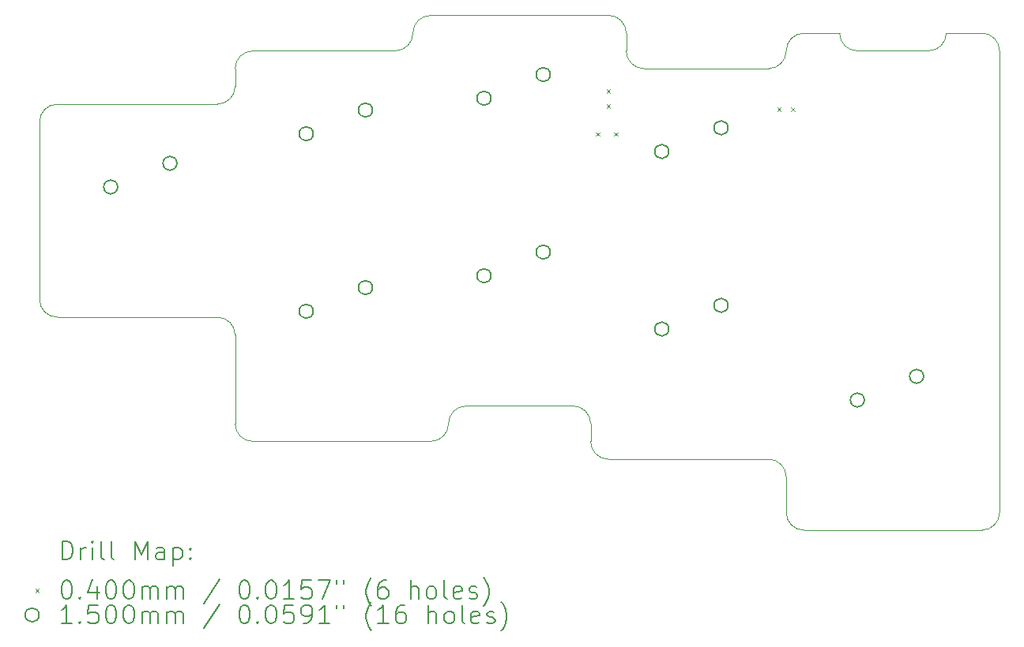
<source format=gbr>
%TF.GenerationSoftware,KiCad,Pcbnew,7.0.2*%
%TF.CreationDate,2023-09-16T14:45:10-04:00*%
%TF.ProjectId,j-artsey-v1,6a2d6172-7473-4657-992d-76312e6b6963,rev?*%
%TF.SameCoordinates,Original*%
%TF.FileFunction,Drillmap*%
%TF.FilePolarity,Positive*%
%FSLAX45Y45*%
G04 Gerber Fmt 4.5, Leading zero omitted, Abs format (unit mm)*
G04 Created by KiCad (PCBNEW 7.0.2) date 2023-09-16 14:45:10*
%MOMM*%
%LPD*%
G01*
G04 APERTURE LIST*
%ADD10C,0.100000*%
%ADD11C,0.200000*%
%ADD12C,0.040000*%
%ADD13C,0.150000*%
G04 APERTURE END LIST*
D10*
X13144500Y-8191500D02*
X13144500Y-8953500D01*
X16954500Y-9334500D02*
X16954500Y-9144000D01*
X13335000Y-5143500D02*
X13525500Y-5143500D01*
X15240000Y-9334500D02*
G75*
G03*
X15430500Y-9144000I0J190500D01*
G01*
X11430000Y-8001000D02*
X12954000Y-8001000D01*
X17335500Y-4953000D02*
X17335500Y-5143500D01*
X16954500Y-4762500D02*
X17145000Y-4762500D01*
X11239500Y-5715000D02*
G75*
G03*
X11049000Y-5905500I0J-190500D01*
G01*
X21145500Y-10287000D02*
G75*
G03*
X21336000Y-10096500I0J190500D01*
G01*
X12954000Y-5715000D02*
X11430000Y-5715000D01*
X20574000Y-5143500D02*
G75*
G03*
X20764500Y-4953000I0J190500D01*
G01*
X16954500Y-9334500D02*
G75*
G03*
X17145000Y-9525000I190500J0D01*
G01*
X11430000Y-8001000D02*
X11239500Y-8001000D01*
X21336000Y-5143500D02*
G75*
G03*
X21145500Y-4953000I-190500J0D01*
G01*
X11049000Y-7810500D02*
G75*
G03*
X11239500Y-8001000I190500J0D01*
G01*
X18859500Y-5334000D02*
G75*
G03*
X19050000Y-5143500I0J190500D01*
G01*
X19240500Y-10287000D02*
X21145500Y-10287000D01*
X15240000Y-4762500D02*
X15430500Y-4762500D01*
X19050000Y-10096500D02*
X19050000Y-9906000D01*
X11239500Y-5715000D02*
X11430000Y-5715000D01*
X13525500Y-9334500D02*
X13335000Y-9334500D01*
X19621500Y-4953000D02*
G75*
G03*
X19812000Y-5143500I190500J0D01*
G01*
X19050000Y-10096500D02*
G75*
G03*
X19240500Y-10287000I190500J0D01*
G01*
X17526000Y-5334000D02*
X18859500Y-5334000D01*
X13335000Y-5143500D02*
G75*
G03*
X13144500Y-5334000I0J-190500D01*
G01*
X17335500Y-4953000D02*
G75*
G03*
X17145000Y-4762500I-190500J0D01*
G01*
X15240000Y-9334500D02*
X15049500Y-9334500D01*
X17335500Y-9525000D02*
X17145000Y-9525000D01*
X21336000Y-9906000D02*
X21336000Y-10096500D01*
X11049000Y-6096000D02*
X11049000Y-5905500D01*
X11049000Y-6096000D02*
X11049000Y-7620000D01*
X17335500Y-5143500D02*
G75*
G03*
X17526000Y-5334000I190500J0D01*
G01*
X15621000Y-8953500D02*
G75*
G03*
X15430500Y-9144000I0J-190500D01*
G01*
X16954500Y-9144000D02*
G75*
G03*
X16764000Y-8953500I-190500J0D01*
G01*
X12954000Y-5715000D02*
G75*
G03*
X13144500Y-5524500I0J190500D01*
G01*
X17335500Y-9525000D02*
X18859500Y-9525000D01*
X13144500Y-5524500D02*
X13144500Y-5334000D01*
X11049000Y-7810500D02*
X11049000Y-7620000D01*
X19240500Y-4953000D02*
G75*
G03*
X19050000Y-5143500I0J-190500D01*
G01*
X14859000Y-5143500D02*
X13525500Y-5143500D01*
X21145500Y-4953000D02*
X20764500Y-4953000D01*
X19050000Y-9715500D02*
X19050000Y-9906000D01*
X15240000Y-4762500D02*
G75*
G03*
X15049500Y-4953000I0J-190500D01*
G01*
X13144500Y-9144000D02*
X13144500Y-8953500D01*
X13144500Y-9144000D02*
G75*
G03*
X13335000Y-9334500I190500J0D01*
G01*
X20574000Y-5143500D02*
X19812000Y-5143500D01*
X19050000Y-9715500D02*
G75*
G03*
X18859500Y-9525000I-190500J0D01*
G01*
X21336000Y-5143500D02*
X21336000Y-9906000D01*
X13144500Y-8191500D02*
G75*
G03*
X12954000Y-8001000I-190500J0D01*
G01*
X13525500Y-9334500D02*
X15049500Y-9334500D01*
X19240500Y-4953000D02*
X19621500Y-4953000D01*
X15621000Y-8953500D02*
X16764000Y-8953500D01*
X16954500Y-4762500D02*
X15430500Y-4762500D01*
X14859000Y-5143500D02*
G75*
G03*
X15049500Y-4953000I0J190500D01*
G01*
D11*
D12*
X17007500Y-6017500D02*
X17047500Y-6057500D01*
X17047500Y-6017500D02*
X17007500Y-6057500D01*
X17125000Y-5555050D02*
X17165000Y-5595050D01*
X17165000Y-5555050D02*
X17125000Y-5595050D01*
X17125000Y-5715000D02*
X17165000Y-5755000D01*
X17165000Y-5715000D02*
X17125000Y-5755000D01*
X17207500Y-6017500D02*
X17247500Y-6057500D01*
X17247500Y-6017500D02*
X17207500Y-6057500D01*
X18952500Y-5747500D02*
X18992500Y-5787500D01*
X18992500Y-5747500D02*
X18952500Y-5787500D01*
X19102450Y-5747500D02*
X19142450Y-5787500D01*
X19142450Y-5747500D02*
X19102450Y-5787500D01*
D13*
X11886000Y-6604000D02*
G75*
G03*
X11886000Y-6604000I-75000J0D01*
G01*
X12521000Y-6350000D02*
G75*
G03*
X12521000Y-6350000I-75000J0D01*
G01*
X13981500Y-6032500D02*
G75*
G03*
X13981500Y-6032500I-75000J0D01*
G01*
X13981500Y-7937500D02*
G75*
G03*
X13981500Y-7937500I-75000J0D01*
G01*
X14616500Y-5778500D02*
G75*
G03*
X14616500Y-5778500I-75000J0D01*
G01*
X14616500Y-7683500D02*
G75*
G03*
X14616500Y-7683500I-75000J0D01*
G01*
X15886500Y-5651500D02*
G75*
G03*
X15886500Y-5651500I-75000J0D01*
G01*
X15886500Y-7556500D02*
G75*
G03*
X15886500Y-7556500I-75000J0D01*
G01*
X16521500Y-5397500D02*
G75*
G03*
X16521500Y-5397500I-75000J0D01*
G01*
X16521500Y-7302500D02*
G75*
G03*
X16521500Y-7302500I-75000J0D01*
G01*
X17791500Y-6223000D02*
G75*
G03*
X17791500Y-6223000I-75000J0D01*
G01*
X17791500Y-8128000D02*
G75*
G03*
X17791500Y-8128000I-75000J0D01*
G01*
X18426500Y-5969000D02*
G75*
G03*
X18426500Y-5969000I-75000J0D01*
G01*
X18426500Y-7874000D02*
G75*
G03*
X18426500Y-7874000I-75000J0D01*
G01*
X19887000Y-8890000D02*
G75*
G03*
X19887000Y-8890000I-75000J0D01*
G01*
X20522000Y-8636000D02*
G75*
G03*
X20522000Y-8636000I-75000J0D01*
G01*
D11*
X11291619Y-10604524D02*
X11291619Y-10404524D01*
X11291619Y-10404524D02*
X11339238Y-10404524D01*
X11339238Y-10404524D02*
X11367809Y-10414048D01*
X11367809Y-10414048D02*
X11386857Y-10433095D01*
X11386857Y-10433095D02*
X11396381Y-10452143D01*
X11396381Y-10452143D02*
X11405905Y-10490238D01*
X11405905Y-10490238D02*
X11405905Y-10518810D01*
X11405905Y-10518810D02*
X11396381Y-10556905D01*
X11396381Y-10556905D02*
X11386857Y-10575952D01*
X11386857Y-10575952D02*
X11367809Y-10595000D01*
X11367809Y-10595000D02*
X11339238Y-10604524D01*
X11339238Y-10604524D02*
X11291619Y-10604524D01*
X11491619Y-10604524D02*
X11491619Y-10471190D01*
X11491619Y-10509286D02*
X11501143Y-10490238D01*
X11501143Y-10490238D02*
X11510667Y-10480714D01*
X11510667Y-10480714D02*
X11529714Y-10471190D01*
X11529714Y-10471190D02*
X11548762Y-10471190D01*
X11615428Y-10604524D02*
X11615428Y-10471190D01*
X11615428Y-10404524D02*
X11605905Y-10414048D01*
X11605905Y-10414048D02*
X11615428Y-10423571D01*
X11615428Y-10423571D02*
X11624952Y-10414048D01*
X11624952Y-10414048D02*
X11615428Y-10404524D01*
X11615428Y-10404524D02*
X11615428Y-10423571D01*
X11739238Y-10604524D02*
X11720190Y-10595000D01*
X11720190Y-10595000D02*
X11710667Y-10575952D01*
X11710667Y-10575952D02*
X11710667Y-10404524D01*
X11844000Y-10604524D02*
X11824952Y-10595000D01*
X11824952Y-10595000D02*
X11815428Y-10575952D01*
X11815428Y-10575952D02*
X11815428Y-10404524D01*
X12072571Y-10604524D02*
X12072571Y-10404524D01*
X12072571Y-10404524D02*
X12139238Y-10547381D01*
X12139238Y-10547381D02*
X12205905Y-10404524D01*
X12205905Y-10404524D02*
X12205905Y-10604524D01*
X12386857Y-10604524D02*
X12386857Y-10499762D01*
X12386857Y-10499762D02*
X12377333Y-10480714D01*
X12377333Y-10480714D02*
X12358286Y-10471190D01*
X12358286Y-10471190D02*
X12320190Y-10471190D01*
X12320190Y-10471190D02*
X12301143Y-10480714D01*
X12386857Y-10595000D02*
X12367809Y-10604524D01*
X12367809Y-10604524D02*
X12320190Y-10604524D01*
X12320190Y-10604524D02*
X12301143Y-10595000D01*
X12301143Y-10595000D02*
X12291619Y-10575952D01*
X12291619Y-10575952D02*
X12291619Y-10556905D01*
X12291619Y-10556905D02*
X12301143Y-10537857D01*
X12301143Y-10537857D02*
X12320190Y-10528333D01*
X12320190Y-10528333D02*
X12367809Y-10528333D01*
X12367809Y-10528333D02*
X12386857Y-10518810D01*
X12482095Y-10471190D02*
X12482095Y-10671190D01*
X12482095Y-10480714D02*
X12501143Y-10471190D01*
X12501143Y-10471190D02*
X12539238Y-10471190D01*
X12539238Y-10471190D02*
X12558286Y-10480714D01*
X12558286Y-10480714D02*
X12567809Y-10490238D01*
X12567809Y-10490238D02*
X12577333Y-10509286D01*
X12577333Y-10509286D02*
X12577333Y-10566429D01*
X12577333Y-10566429D02*
X12567809Y-10585476D01*
X12567809Y-10585476D02*
X12558286Y-10595000D01*
X12558286Y-10595000D02*
X12539238Y-10604524D01*
X12539238Y-10604524D02*
X12501143Y-10604524D01*
X12501143Y-10604524D02*
X12482095Y-10595000D01*
X12663048Y-10585476D02*
X12672571Y-10595000D01*
X12672571Y-10595000D02*
X12663048Y-10604524D01*
X12663048Y-10604524D02*
X12653524Y-10595000D01*
X12653524Y-10595000D02*
X12663048Y-10585476D01*
X12663048Y-10585476D02*
X12663048Y-10604524D01*
X12663048Y-10480714D02*
X12672571Y-10490238D01*
X12672571Y-10490238D02*
X12663048Y-10499762D01*
X12663048Y-10499762D02*
X12653524Y-10490238D01*
X12653524Y-10490238D02*
X12663048Y-10480714D01*
X12663048Y-10480714D02*
X12663048Y-10499762D01*
D12*
X11004000Y-10912000D02*
X11044000Y-10952000D01*
X11044000Y-10912000D02*
X11004000Y-10952000D01*
D11*
X11329714Y-10824524D02*
X11348762Y-10824524D01*
X11348762Y-10824524D02*
X11367809Y-10834048D01*
X11367809Y-10834048D02*
X11377333Y-10843571D01*
X11377333Y-10843571D02*
X11386857Y-10862619D01*
X11386857Y-10862619D02*
X11396381Y-10900714D01*
X11396381Y-10900714D02*
X11396381Y-10948333D01*
X11396381Y-10948333D02*
X11386857Y-10986429D01*
X11386857Y-10986429D02*
X11377333Y-11005476D01*
X11377333Y-11005476D02*
X11367809Y-11015000D01*
X11367809Y-11015000D02*
X11348762Y-11024524D01*
X11348762Y-11024524D02*
X11329714Y-11024524D01*
X11329714Y-11024524D02*
X11310667Y-11015000D01*
X11310667Y-11015000D02*
X11301143Y-11005476D01*
X11301143Y-11005476D02*
X11291619Y-10986429D01*
X11291619Y-10986429D02*
X11282095Y-10948333D01*
X11282095Y-10948333D02*
X11282095Y-10900714D01*
X11282095Y-10900714D02*
X11291619Y-10862619D01*
X11291619Y-10862619D02*
X11301143Y-10843571D01*
X11301143Y-10843571D02*
X11310667Y-10834048D01*
X11310667Y-10834048D02*
X11329714Y-10824524D01*
X11482095Y-11005476D02*
X11491619Y-11015000D01*
X11491619Y-11015000D02*
X11482095Y-11024524D01*
X11482095Y-11024524D02*
X11472571Y-11015000D01*
X11472571Y-11015000D02*
X11482095Y-11005476D01*
X11482095Y-11005476D02*
X11482095Y-11024524D01*
X11663048Y-10891190D02*
X11663048Y-11024524D01*
X11615428Y-10815000D02*
X11567809Y-10957857D01*
X11567809Y-10957857D02*
X11691619Y-10957857D01*
X11805905Y-10824524D02*
X11824952Y-10824524D01*
X11824952Y-10824524D02*
X11844000Y-10834048D01*
X11844000Y-10834048D02*
X11853524Y-10843571D01*
X11853524Y-10843571D02*
X11863048Y-10862619D01*
X11863048Y-10862619D02*
X11872571Y-10900714D01*
X11872571Y-10900714D02*
X11872571Y-10948333D01*
X11872571Y-10948333D02*
X11863048Y-10986429D01*
X11863048Y-10986429D02*
X11853524Y-11005476D01*
X11853524Y-11005476D02*
X11844000Y-11015000D01*
X11844000Y-11015000D02*
X11824952Y-11024524D01*
X11824952Y-11024524D02*
X11805905Y-11024524D01*
X11805905Y-11024524D02*
X11786857Y-11015000D01*
X11786857Y-11015000D02*
X11777333Y-11005476D01*
X11777333Y-11005476D02*
X11767809Y-10986429D01*
X11767809Y-10986429D02*
X11758286Y-10948333D01*
X11758286Y-10948333D02*
X11758286Y-10900714D01*
X11758286Y-10900714D02*
X11767809Y-10862619D01*
X11767809Y-10862619D02*
X11777333Y-10843571D01*
X11777333Y-10843571D02*
X11786857Y-10834048D01*
X11786857Y-10834048D02*
X11805905Y-10824524D01*
X11996381Y-10824524D02*
X12015429Y-10824524D01*
X12015429Y-10824524D02*
X12034476Y-10834048D01*
X12034476Y-10834048D02*
X12044000Y-10843571D01*
X12044000Y-10843571D02*
X12053524Y-10862619D01*
X12053524Y-10862619D02*
X12063048Y-10900714D01*
X12063048Y-10900714D02*
X12063048Y-10948333D01*
X12063048Y-10948333D02*
X12053524Y-10986429D01*
X12053524Y-10986429D02*
X12044000Y-11005476D01*
X12044000Y-11005476D02*
X12034476Y-11015000D01*
X12034476Y-11015000D02*
X12015429Y-11024524D01*
X12015429Y-11024524D02*
X11996381Y-11024524D01*
X11996381Y-11024524D02*
X11977333Y-11015000D01*
X11977333Y-11015000D02*
X11967809Y-11005476D01*
X11967809Y-11005476D02*
X11958286Y-10986429D01*
X11958286Y-10986429D02*
X11948762Y-10948333D01*
X11948762Y-10948333D02*
X11948762Y-10900714D01*
X11948762Y-10900714D02*
X11958286Y-10862619D01*
X11958286Y-10862619D02*
X11967809Y-10843571D01*
X11967809Y-10843571D02*
X11977333Y-10834048D01*
X11977333Y-10834048D02*
X11996381Y-10824524D01*
X12148762Y-11024524D02*
X12148762Y-10891190D01*
X12148762Y-10910238D02*
X12158286Y-10900714D01*
X12158286Y-10900714D02*
X12177333Y-10891190D01*
X12177333Y-10891190D02*
X12205905Y-10891190D01*
X12205905Y-10891190D02*
X12224952Y-10900714D01*
X12224952Y-10900714D02*
X12234476Y-10919762D01*
X12234476Y-10919762D02*
X12234476Y-11024524D01*
X12234476Y-10919762D02*
X12244000Y-10900714D01*
X12244000Y-10900714D02*
X12263048Y-10891190D01*
X12263048Y-10891190D02*
X12291619Y-10891190D01*
X12291619Y-10891190D02*
X12310667Y-10900714D01*
X12310667Y-10900714D02*
X12320190Y-10919762D01*
X12320190Y-10919762D02*
X12320190Y-11024524D01*
X12415429Y-11024524D02*
X12415429Y-10891190D01*
X12415429Y-10910238D02*
X12424952Y-10900714D01*
X12424952Y-10900714D02*
X12444000Y-10891190D01*
X12444000Y-10891190D02*
X12472571Y-10891190D01*
X12472571Y-10891190D02*
X12491619Y-10900714D01*
X12491619Y-10900714D02*
X12501143Y-10919762D01*
X12501143Y-10919762D02*
X12501143Y-11024524D01*
X12501143Y-10919762D02*
X12510667Y-10900714D01*
X12510667Y-10900714D02*
X12529714Y-10891190D01*
X12529714Y-10891190D02*
X12558286Y-10891190D01*
X12558286Y-10891190D02*
X12577333Y-10900714D01*
X12577333Y-10900714D02*
X12586857Y-10919762D01*
X12586857Y-10919762D02*
X12586857Y-11024524D01*
X12977333Y-10815000D02*
X12805905Y-11072143D01*
X13234476Y-10824524D02*
X13253524Y-10824524D01*
X13253524Y-10824524D02*
X13272572Y-10834048D01*
X13272572Y-10834048D02*
X13282095Y-10843571D01*
X13282095Y-10843571D02*
X13291619Y-10862619D01*
X13291619Y-10862619D02*
X13301143Y-10900714D01*
X13301143Y-10900714D02*
X13301143Y-10948333D01*
X13301143Y-10948333D02*
X13291619Y-10986429D01*
X13291619Y-10986429D02*
X13282095Y-11005476D01*
X13282095Y-11005476D02*
X13272572Y-11015000D01*
X13272572Y-11015000D02*
X13253524Y-11024524D01*
X13253524Y-11024524D02*
X13234476Y-11024524D01*
X13234476Y-11024524D02*
X13215429Y-11015000D01*
X13215429Y-11015000D02*
X13205905Y-11005476D01*
X13205905Y-11005476D02*
X13196381Y-10986429D01*
X13196381Y-10986429D02*
X13186857Y-10948333D01*
X13186857Y-10948333D02*
X13186857Y-10900714D01*
X13186857Y-10900714D02*
X13196381Y-10862619D01*
X13196381Y-10862619D02*
X13205905Y-10843571D01*
X13205905Y-10843571D02*
X13215429Y-10834048D01*
X13215429Y-10834048D02*
X13234476Y-10824524D01*
X13386857Y-11005476D02*
X13396381Y-11015000D01*
X13396381Y-11015000D02*
X13386857Y-11024524D01*
X13386857Y-11024524D02*
X13377333Y-11015000D01*
X13377333Y-11015000D02*
X13386857Y-11005476D01*
X13386857Y-11005476D02*
X13386857Y-11024524D01*
X13520191Y-10824524D02*
X13539238Y-10824524D01*
X13539238Y-10824524D02*
X13558286Y-10834048D01*
X13558286Y-10834048D02*
X13567810Y-10843571D01*
X13567810Y-10843571D02*
X13577333Y-10862619D01*
X13577333Y-10862619D02*
X13586857Y-10900714D01*
X13586857Y-10900714D02*
X13586857Y-10948333D01*
X13586857Y-10948333D02*
X13577333Y-10986429D01*
X13577333Y-10986429D02*
X13567810Y-11005476D01*
X13567810Y-11005476D02*
X13558286Y-11015000D01*
X13558286Y-11015000D02*
X13539238Y-11024524D01*
X13539238Y-11024524D02*
X13520191Y-11024524D01*
X13520191Y-11024524D02*
X13501143Y-11015000D01*
X13501143Y-11015000D02*
X13491619Y-11005476D01*
X13491619Y-11005476D02*
X13482095Y-10986429D01*
X13482095Y-10986429D02*
X13472572Y-10948333D01*
X13472572Y-10948333D02*
X13472572Y-10900714D01*
X13472572Y-10900714D02*
X13482095Y-10862619D01*
X13482095Y-10862619D02*
X13491619Y-10843571D01*
X13491619Y-10843571D02*
X13501143Y-10834048D01*
X13501143Y-10834048D02*
X13520191Y-10824524D01*
X13777333Y-11024524D02*
X13663048Y-11024524D01*
X13720191Y-11024524D02*
X13720191Y-10824524D01*
X13720191Y-10824524D02*
X13701143Y-10853095D01*
X13701143Y-10853095D02*
X13682095Y-10872143D01*
X13682095Y-10872143D02*
X13663048Y-10881667D01*
X13958286Y-10824524D02*
X13863048Y-10824524D01*
X13863048Y-10824524D02*
X13853524Y-10919762D01*
X13853524Y-10919762D02*
X13863048Y-10910238D01*
X13863048Y-10910238D02*
X13882095Y-10900714D01*
X13882095Y-10900714D02*
X13929714Y-10900714D01*
X13929714Y-10900714D02*
X13948762Y-10910238D01*
X13948762Y-10910238D02*
X13958286Y-10919762D01*
X13958286Y-10919762D02*
X13967810Y-10938810D01*
X13967810Y-10938810D02*
X13967810Y-10986429D01*
X13967810Y-10986429D02*
X13958286Y-11005476D01*
X13958286Y-11005476D02*
X13948762Y-11015000D01*
X13948762Y-11015000D02*
X13929714Y-11024524D01*
X13929714Y-11024524D02*
X13882095Y-11024524D01*
X13882095Y-11024524D02*
X13863048Y-11015000D01*
X13863048Y-11015000D02*
X13853524Y-11005476D01*
X14034476Y-10824524D02*
X14167810Y-10824524D01*
X14167810Y-10824524D02*
X14082095Y-11024524D01*
X14234476Y-10824524D02*
X14234476Y-10862619D01*
X14310667Y-10824524D02*
X14310667Y-10862619D01*
X14605905Y-11100714D02*
X14596381Y-11091190D01*
X14596381Y-11091190D02*
X14577334Y-11062619D01*
X14577334Y-11062619D02*
X14567810Y-11043571D01*
X14567810Y-11043571D02*
X14558286Y-11015000D01*
X14558286Y-11015000D02*
X14548762Y-10967381D01*
X14548762Y-10967381D02*
X14548762Y-10929286D01*
X14548762Y-10929286D02*
X14558286Y-10881667D01*
X14558286Y-10881667D02*
X14567810Y-10853095D01*
X14567810Y-10853095D02*
X14577334Y-10834048D01*
X14577334Y-10834048D02*
X14596381Y-10805476D01*
X14596381Y-10805476D02*
X14605905Y-10795952D01*
X14767810Y-10824524D02*
X14729714Y-10824524D01*
X14729714Y-10824524D02*
X14710667Y-10834048D01*
X14710667Y-10834048D02*
X14701143Y-10843571D01*
X14701143Y-10843571D02*
X14682095Y-10872143D01*
X14682095Y-10872143D02*
X14672572Y-10910238D01*
X14672572Y-10910238D02*
X14672572Y-10986429D01*
X14672572Y-10986429D02*
X14682095Y-11005476D01*
X14682095Y-11005476D02*
X14691619Y-11015000D01*
X14691619Y-11015000D02*
X14710667Y-11024524D01*
X14710667Y-11024524D02*
X14748762Y-11024524D01*
X14748762Y-11024524D02*
X14767810Y-11015000D01*
X14767810Y-11015000D02*
X14777334Y-11005476D01*
X14777334Y-11005476D02*
X14786857Y-10986429D01*
X14786857Y-10986429D02*
X14786857Y-10938810D01*
X14786857Y-10938810D02*
X14777334Y-10919762D01*
X14777334Y-10919762D02*
X14767810Y-10910238D01*
X14767810Y-10910238D02*
X14748762Y-10900714D01*
X14748762Y-10900714D02*
X14710667Y-10900714D01*
X14710667Y-10900714D02*
X14691619Y-10910238D01*
X14691619Y-10910238D02*
X14682095Y-10919762D01*
X14682095Y-10919762D02*
X14672572Y-10938810D01*
X15024953Y-11024524D02*
X15024953Y-10824524D01*
X15110667Y-11024524D02*
X15110667Y-10919762D01*
X15110667Y-10919762D02*
X15101143Y-10900714D01*
X15101143Y-10900714D02*
X15082096Y-10891190D01*
X15082096Y-10891190D02*
X15053524Y-10891190D01*
X15053524Y-10891190D02*
X15034476Y-10900714D01*
X15034476Y-10900714D02*
X15024953Y-10910238D01*
X15234476Y-11024524D02*
X15215429Y-11015000D01*
X15215429Y-11015000D02*
X15205905Y-11005476D01*
X15205905Y-11005476D02*
X15196381Y-10986429D01*
X15196381Y-10986429D02*
X15196381Y-10929286D01*
X15196381Y-10929286D02*
X15205905Y-10910238D01*
X15205905Y-10910238D02*
X15215429Y-10900714D01*
X15215429Y-10900714D02*
X15234476Y-10891190D01*
X15234476Y-10891190D02*
X15263048Y-10891190D01*
X15263048Y-10891190D02*
X15282096Y-10900714D01*
X15282096Y-10900714D02*
X15291619Y-10910238D01*
X15291619Y-10910238D02*
X15301143Y-10929286D01*
X15301143Y-10929286D02*
X15301143Y-10986429D01*
X15301143Y-10986429D02*
X15291619Y-11005476D01*
X15291619Y-11005476D02*
X15282096Y-11015000D01*
X15282096Y-11015000D02*
X15263048Y-11024524D01*
X15263048Y-11024524D02*
X15234476Y-11024524D01*
X15415429Y-11024524D02*
X15396381Y-11015000D01*
X15396381Y-11015000D02*
X15386857Y-10995952D01*
X15386857Y-10995952D02*
X15386857Y-10824524D01*
X15567810Y-11015000D02*
X15548762Y-11024524D01*
X15548762Y-11024524D02*
X15510667Y-11024524D01*
X15510667Y-11024524D02*
X15491619Y-11015000D01*
X15491619Y-11015000D02*
X15482096Y-10995952D01*
X15482096Y-10995952D02*
X15482096Y-10919762D01*
X15482096Y-10919762D02*
X15491619Y-10900714D01*
X15491619Y-10900714D02*
X15510667Y-10891190D01*
X15510667Y-10891190D02*
X15548762Y-10891190D01*
X15548762Y-10891190D02*
X15567810Y-10900714D01*
X15567810Y-10900714D02*
X15577334Y-10919762D01*
X15577334Y-10919762D02*
X15577334Y-10938810D01*
X15577334Y-10938810D02*
X15482096Y-10957857D01*
X15653524Y-11015000D02*
X15672572Y-11024524D01*
X15672572Y-11024524D02*
X15710667Y-11024524D01*
X15710667Y-11024524D02*
X15729715Y-11015000D01*
X15729715Y-11015000D02*
X15739238Y-10995952D01*
X15739238Y-10995952D02*
X15739238Y-10986429D01*
X15739238Y-10986429D02*
X15729715Y-10967381D01*
X15729715Y-10967381D02*
X15710667Y-10957857D01*
X15710667Y-10957857D02*
X15682096Y-10957857D01*
X15682096Y-10957857D02*
X15663048Y-10948333D01*
X15663048Y-10948333D02*
X15653524Y-10929286D01*
X15653524Y-10929286D02*
X15653524Y-10919762D01*
X15653524Y-10919762D02*
X15663048Y-10900714D01*
X15663048Y-10900714D02*
X15682096Y-10891190D01*
X15682096Y-10891190D02*
X15710667Y-10891190D01*
X15710667Y-10891190D02*
X15729715Y-10900714D01*
X15805905Y-11100714D02*
X15815429Y-11091190D01*
X15815429Y-11091190D02*
X15834477Y-11062619D01*
X15834477Y-11062619D02*
X15844000Y-11043571D01*
X15844000Y-11043571D02*
X15853524Y-11015000D01*
X15853524Y-11015000D02*
X15863048Y-10967381D01*
X15863048Y-10967381D02*
X15863048Y-10929286D01*
X15863048Y-10929286D02*
X15853524Y-10881667D01*
X15853524Y-10881667D02*
X15844000Y-10853095D01*
X15844000Y-10853095D02*
X15834477Y-10834048D01*
X15834477Y-10834048D02*
X15815429Y-10805476D01*
X15815429Y-10805476D02*
X15805905Y-10795952D01*
D13*
X11044000Y-11196000D02*
G75*
G03*
X11044000Y-11196000I-75000J0D01*
G01*
D11*
X11396381Y-11288524D02*
X11282095Y-11288524D01*
X11339238Y-11288524D02*
X11339238Y-11088524D01*
X11339238Y-11088524D02*
X11320190Y-11117095D01*
X11320190Y-11117095D02*
X11301143Y-11136143D01*
X11301143Y-11136143D02*
X11282095Y-11145667D01*
X11482095Y-11269476D02*
X11491619Y-11279000D01*
X11491619Y-11279000D02*
X11482095Y-11288524D01*
X11482095Y-11288524D02*
X11472571Y-11279000D01*
X11472571Y-11279000D02*
X11482095Y-11269476D01*
X11482095Y-11269476D02*
X11482095Y-11288524D01*
X11672571Y-11088524D02*
X11577333Y-11088524D01*
X11577333Y-11088524D02*
X11567809Y-11183762D01*
X11567809Y-11183762D02*
X11577333Y-11174238D01*
X11577333Y-11174238D02*
X11596381Y-11164714D01*
X11596381Y-11164714D02*
X11644000Y-11164714D01*
X11644000Y-11164714D02*
X11663048Y-11174238D01*
X11663048Y-11174238D02*
X11672571Y-11183762D01*
X11672571Y-11183762D02*
X11682095Y-11202809D01*
X11682095Y-11202809D02*
X11682095Y-11250428D01*
X11682095Y-11250428D02*
X11672571Y-11269476D01*
X11672571Y-11269476D02*
X11663048Y-11279000D01*
X11663048Y-11279000D02*
X11644000Y-11288524D01*
X11644000Y-11288524D02*
X11596381Y-11288524D01*
X11596381Y-11288524D02*
X11577333Y-11279000D01*
X11577333Y-11279000D02*
X11567809Y-11269476D01*
X11805905Y-11088524D02*
X11824952Y-11088524D01*
X11824952Y-11088524D02*
X11844000Y-11098048D01*
X11844000Y-11098048D02*
X11853524Y-11107571D01*
X11853524Y-11107571D02*
X11863048Y-11126619D01*
X11863048Y-11126619D02*
X11872571Y-11164714D01*
X11872571Y-11164714D02*
X11872571Y-11212333D01*
X11872571Y-11212333D02*
X11863048Y-11250428D01*
X11863048Y-11250428D02*
X11853524Y-11269476D01*
X11853524Y-11269476D02*
X11844000Y-11279000D01*
X11844000Y-11279000D02*
X11824952Y-11288524D01*
X11824952Y-11288524D02*
X11805905Y-11288524D01*
X11805905Y-11288524D02*
X11786857Y-11279000D01*
X11786857Y-11279000D02*
X11777333Y-11269476D01*
X11777333Y-11269476D02*
X11767809Y-11250428D01*
X11767809Y-11250428D02*
X11758286Y-11212333D01*
X11758286Y-11212333D02*
X11758286Y-11164714D01*
X11758286Y-11164714D02*
X11767809Y-11126619D01*
X11767809Y-11126619D02*
X11777333Y-11107571D01*
X11777333Y-11107571D02*
X11786857Y-11098048D01*
X11786857Y-11098048D02*
X11805905Y-11088524D01*
X11996381Y-11088524D02*
X12015429Y-11088524D01*
X12015429Y-11088524D02*
X12034476Y-11098048D01*
X12034476Y-11098048D02*
X12044000Y-11107571D01*
X12044000Y-11107571D02*
X12053524Y-11126619D01*
X12053524Y-11126619D02*
X12063048Y-11164714D01*
X12063048Y-11164714D02*
X12063048Y-11212333D01*
X12063048Y-11212333D02*
X12053524Y-11250428D01*
X12053524Y-11250428D02*
X12044000Y-11269476D01*
X12044000Y-11269476D02*
X12034476Y-11279000D01*
X12034476Y-11279000D02*
X12015429Y-11288524D01*
X12015429Y-11288524D02*
X11996381Y-11288524D01*
X11996381Y-11288524D02*
X11977333Y-11279000D01*
X11977333Y-11279000D02*
X11967809Y-11269476D01*
X11967809Y-11269476D02*
X11958286Y-11250428D01*
X11958286Y-11250428D02*
X11948762Y-11212333D01*
X11948762Y-11212333D02*
X11948762Y-11164714D01*
X11948762Y-11164714D02*
X11958286Y-11126619D01*
X11958286Y-11126619D02*
X11967809Y-11107571D01*
X11967809Y-11107571D02*
X11977333Y-11098048D01*
X11977333Y-11098048D02*
X11996381Y-11088524D01*
X12148762Y-11288524D02*
X12148762Y-11155190D01*
X12148762Y-11174238D02*
X12158286Y-11164714D01*
X12158286Y-11164714D02*
X12177333Y-11155190D01*
X12177333Y-11155190D02*
X12205905Y-11155190D01*
X12205905Y-11155190D02*
X12224952Y-11164714D01*
X12224952Y-11164714D02*
X12234476Y-11183762D01*
X12234476Y-11183762D02*
X12234476Y-11288524D01*
X12234476Y-11183762D02*
X12244000Y-11164714D01*
X12244000Y-11164714D02*
X12263048Y-11155190D01*
X12263048Y-11155190D02*
X12291619Y-11155190D01*
X12291619Y-11155190D02*
X12310667Y-11164714D01*
X12310667Y-11164714D02*
X12320190Y-11183762D01*
X12320190Y-11183762D02*
X12320190Y-11288524D01*
X12415429Y-11288524D02*
X12415429Y-11155190D01*
X12415429Y-11174238D02*
X12424952Y-11164714D01*
X12424952Y-11164714D02*
X12444000Y-11155190D01*
X12444000Y-11155190D02*
X12472571Y-11155190D01*
X12472571Y-11155190D02*
X12491619Y-11164714D01*
X12491619Y-11164714D02*
X12501143Y-11183762D01*
X12501143Y-11183762D02*
X12501143Y-11288524D01*
X12501143Y-11183762D02*
X12510667Y-11164714D01*
X12510667Y-11164714D02*
X12529714Y-11155190D01*
X12529714Y-11155190D02*
X12558286Y-11155190D01*
X12558286Y-11155190D02*
X12577333Y-11164714D01*
X12577333Y-11164714D02*
X12586857Y-11183762D01*
X12586857Y-11183762D02*
X12586857Y-11288524D01*
X12977333Y-11079000D02*
X12805905Y-11336143D01*
X13234476Y-11088524D02*
X13253524Y-11088524D01*
X13253524Y-11088524D02*
X13272572Y-11098048D01*
X13272572Y-11098048D02*
X13282095Y-11107571D01*
X13282095Y-11107571D02*
X13291619Y-11126619D01*
X13291619Y-11126619D02*
X13301143Y-11164714D01*
X13301143Y-11164714D02*
X13301143Y-11212333D01*
X13301143Y-11212333D02*
X13291619Y-11250428D01*
X13291619Y-11250428D02*
X13282095Y-11269476D01*
X13282095Y-11269476D02*
X13272572Y-11279000D01*
X13272572Y-11279000D02*
X13253524Y-11288524D01*
X13253524Y-11288524D02*
X13234476Y-11288524D01*
X13234476Y-11288524D02*
X13215429Y-11279000D01*
X13215429Y-11279000D02*
X13205905Y-11269476D01*
X13205905Y-11269476D02*
X13196381Y-11250428D01*
X13196381Y-11250428D02*
X13186857Y-11212333D01*
X13186857Y-11212333D02*
X13186857Y-11164714D01*
X13186857Y-11164714D02*
X13196381Y-11126619D01*
X13196381Y-11126619D02*
X13205905Y-11107571D01*
X13205905Y-11107571D02*
X13215429Y-11098048D01*
X13215429Y-11098048D02*
X13234476Y-11088524D01*
X13386857Y-11269476D02*
X13396381Y-11279000D01*
X13396381Y-11279000D02*
X13386857Y-11288524D01*
X13386857Y-11288524D02*
X13377333Y-11279000D01*
X13377333Y-11279000D02*
X13386857Y-11269476D01*
X13386857Y-11269476D02*
X13386857Y-11288524D01*
X13520191Y-11088524D02*
X13539238Y-11088524D01*
X13539238Y-11088524D02*
X13558286Y-11098048D01*
X13558286Y-11098048D02*
X13567810Y-11107571D01*
X13567810Y-11107571D02*
X13577333Y-11126619D01*
X13577333Y-11126619D02*
X13586857Y-11164714D01*
X13586857Y-11164714D02*
X13586857Y-11212333D01*
X13586857Y-11212333D02*
X13577333Y-11250428D01*
X13577333Y-11250428D02*
X13567810Y-11269476D01*
X13567810Y-11269476D02*
X13558286Y-11279000D01*
X13558286Y-11279000D02*
X13539238Y-11288524D01*
X13539238Y-11288524D02*
X13520191Y-11288524D01*
X13520191Y-11288524D02*
X13501143Y-11279000D01*
X13501143Y-11279000D02*
X13491619Y-11269476D01*
X13491619Y-11269476D02*
X13482095Y-11250428D01*
X13482095Y-11250428D02*
X13472572Y-11212333D01*
X13472572Y-11212333D02*
X13472572Y-11164714D01*
X13472572Y-11164714D02*
X13482095Y-11126619D01*
X13482095Y-11126619D02*
X13491619Y-11107571D01*
X13491619Y-11107571D02*
X13501143Y-11098048D01*
X13501143Y-11098048D02*
X13520191Y-11088524D01*
X13767810Y-11088524D02*
X13672572Y-11088524D01*
X13672572Y-11088524D02*
X13663048Y-11183762D01*
X13663048Y-11183762D02*
X13672572Y-11174238D01*
X13672572Y-11174238D02*
X13691619Y-11164714D01*
X13691619Y-11164714D02*
X13739238Y-11164714D01*
X13739238Y-11164714D02*
X13758286Y-11174238D01*
X13758286Y-11174238D02*
X13767810Y-11183762D01*
X13767810Y-11183762D02*
X13777333Y-11202809D01*
X13777333Y-11202809D02*
X13777333Y-11250428D01*
X13777333Y-11250428D02*
X13767810Y-11269476D01*
X13767810Y-11269476D02*
X13758286Y-11279000D01*
X13758286Y-11279000D02*
X13739238Y-11288524D01*
X13739238Y-11288524D02*
X13691619Y-11288524D01*
X13691619Y-11288524D02*
X13672572Y-11279000D01*
X13672572Y-11279000D02*
X13663048Y-11269476D01*
X13872572Y-11288524D02*
X13910667Y-11288524D01*
X13910667Y-11288524D02*
X13929714Y-11279000D01*
X13929714Y-11279000D02*
X13939238Y-11269476D01*
X13939238Y-11269476D02*
X13958286Y-11240905D01*
X13958286Y-11240905D02*
X13967810Y-11202809D01*
X13967810Y-11202809D02*
X13967810Y-11126619D01*
X13967810Y-11126619D02*
X13958286Y-11107571D01*
X13958286Y-11107571D02*
X13948762Y-11098048D01*
X13948762Y-11098048D02*
X13929714Y-11088524D01*
X13929714Y-11088524D02*
X13891619Y-11088524D01*
X13891619Y-11088524D02*
X13872572Y-11098048D01*
X13872572Y-11098048D02*
X13863048Y-11107571D01*
X13863048Y-11107571D02*
X13853524Y-11126619D01*
X13853524Y-11126619D02*
X13853524Y-11174238D01*
X13853524Y-11174238D02*
X13863048Y-11193286D01*
X13863048Y-11193286D02*
X13872572Y-11202809D01*
X13872572Y-11202809D02*
X13891619Y-11212333D01*
X13891619Y-11212333D02*
X13929714Y-11212333D01*
X13929714Y-11212333D02*
X13948762Y-11202809D01*
X13948762Y-11202809D02*
X13958286Y-11193286D01*
X13958286Y-11193286D02*
X13967810Y-11174238D01*
X14158286Y-11288524D02*
X14044000Y-11288524D01*
X14101143Y-11288524D02*
X14101143Y-11088524D01*
X14101143Y-11088524D02*
X14082095Y-11117095D01*
X14082095Y-11117095D02*
X14063048Y-11136143D01*
X14063048Y-11136143D02*
X14044000Y-11145667D01*
X14234476Y-11088524D02*
X14234476Y-11126619D01*
X14310667Y-11088524D02*
X14310667Y-11126619D01*
X14605905Y-11364714D02*
X14596381Y-11355190D01*
X14596381Y-11355190D02*
X14577334Y-11326619D01*
X14577334Y-11326619D02*
X14567810Y-11307571D01*
X14567810Y-11307571D02*
X14558286Y-11279000D01*
X14558286Y-11279000D02*
X14548762Y-11231381D01*
X14548762Y-11231381D02*
X14548762Y-11193286D01*
X14548762Y-11193286D02*
X14558286Y-11145667D01*
X14558286Y-11145667D02*
X14567810Y-11117095D01*
X14567810Y-11117095D02*
X14577334Y-11098048D01*
X14577334Y-11098048D02*
X14596381Y-11069476D01*
X14596381Y-11069476D02*
X14605905Y-11059952D01*
X14786857Y-11288524D02*
X14672572Y-11288524D01*
X14729714Y-11288524D02*
X14729714Y-11088524D01*
X14729714Y-11088524D02*
X14710667Y-11117095D01*
X14710667Y-11117095D02*
X14691619Y-11136143D01*
X14691619Y-11136143D02*
X14672572Y-11145667D01*
X14958286Y-11088524D02*
X14920191Y-11088524D01*
X14920191Y-11088524D02*
X14901143Y-11098048D01*
X14901143Y-11098048D02*
X14891619Y-11107571D01*
X14891619Y-11107571D02*
X14872572Y-11136143D01*
X14872572Y-11136143D02*
X14863048Y-11174238D01*
X14863048Y-11174238D02*
X14863048Y-11250428D01*
X14863048Y-11250428D02*
X14872572Y-11269476D01*
X14872572Y-11269476D02*
X14882095Y-11279000D01*
X14882095Y-11279000D02*
X14901143Y-11288524D01*
X14901143Y-11288524D02*
X14939238Y-11288524D01*
X14939238Y-11288524D02*
X14958286Y-11279000D01*
X14958286Y-11279000D02*
X14967810Y-11269476D01*
X14967810Y-11269476D02*
X14977334Y-11250428D01*
X14977334Y-11250428D02*
X14977334Y-11202809D01*
X14977334Y-11202809D02*
X14967810Y-11183762D01*
X14967810Y-11183762D02*
X14958286Y-11174238D01*
X14958286Y-11174238D02*
X14939238Y-11164714D01*
X14939238Y-11164714D02*
X14901143Y-11164714D01*
X14901143Y-11164714D02*
X14882095Y-11174238D01*
X14882095Y-11174238D02*
X14872572Y-11183762D01*
X14872572Y-11183762D02*
X14863048Y-11202809D01*
X15215429Y-11288524D02*
X15215429Y-11088524D01*
X15301143Y-11288524D02*
X15301143Y-11183762D01*
X15301143Y-11183762D02*
X15291619Y-11164714D01*
X15291619Y-11164714D02*
X15272572Y-11155190D01*
X15272572Y-11155190D02*
X15244000Y-11155190D01*
X15244000Y-11155190D02*
X15224953Y-11164714D01*
X15224953Y-11164714D02*
X15215429Y-11174238D01*
X15424953Y-11288524D02*
X15405905Y-11279000D01*
X15405905Y-11279000D02*
X15396381Y-11269476D01*
X15396381Y-11269476D02*
X15386857Y-11250428D01*
X15386857Y-11250428D02*
X15386857Y-11193286D01*
X15386857Y-11193286D02*
X15396381Y-11174238D01*
X15396381Y-11174238D02*
X15405905Y-11164714D01*
X15405905Y-11164714D02*
X15424953Y-11155190D01*
X15424953Y-11155190D02*
X15453524Y-11155190D01*
X15453524Y-11155190D02*
X15472572Y-11164714D01*
X15472572Y-11164714D02*
X15482096Y-11174238D01*
X15482096Y-11174238D02*
X15491619Y-11193286D01*
X15491619Y-11193286D02*
X15491619Y-11250428D01*
X15491619Y-11250428D02*
X15482096Y-11269476D01*
X15482096Y-11269476D02*
X15472572Y-11279000D01*
X15472572Y-11279000D02*
X15453524Y-11288524D01*
X15453524Y-11288524D02*
X15424953Y-11288524D01*
X15605905Y-11288524D02*
X15586857Y-11279000D01*
X15586857Y-11279000D02*
X15577334Y-11259952D01*
X15577334Y-11259952D02*
X15577334Y-11088524D01*
X15758286Y-11279000D02*
X15739238Y-11288524D01*
X15739238Y-11288524D02*
X15701143Y-11288524D01*
X15701143Y-11288524D02*
X15682096Y-11279000D01*
X15682096Y-11279000D02*
X15672572Y-11259952D01*
X15672572Y-11259952D02*
X15672572Y-11183762D01*
X15672572Y-11183762D02*
X15682096Y-11164714D01*
X15682096Y-11164714D02*
X15701143Y-11155190D01*
X15701143Y-11155190D02*
X15739238Y-11155190D01*
X15739238Y-11155190D02*
X15758286Y-11164714D01*
X15758286Y-11164714D02*
X15767810Y-11183762D01*
X15767810Y-11183762D02*
X15767810Y-11202809D01*
X15767810Y-11202809D02*
X15672572Y-11221857D01*
X15844000Y-11279000D02*
X15863048Y-11288524D01*
X15863048Y-11288524D02*
X15901143Y-11288524D01*
X15901143Y-11288524D02*
X15920191Y-11279000D01*
X15920191Y-11279000D02*
X15929715Y-11259952D01*
X15929715Y-11259952D02*
X15929715Y-11250428D01*
X15929715Y-11250428D02*
X15920191Y-11231381D01*
X15920191Y-11231381D02*
X15901143Y-11221857D01*
X15901143Y-11221857D02*
X15872572Y-11221857D01*
X15872572Y-11221857D02*
X15853524Y-11212333D01*
X15853524Y-11212333D02*
X15844000Y-11193286D01*
X15844000Y-11193286D02*
X15844000Y-11183762D01*
X15844000Y-11183762D02*
X15853524Y-11164714D01*
X15853524Y-11164714D02*
X15872572Y-11155190D01*
X15872572Y-11155190D02*
X15901143Y-11155190D01*
X15901143Y-11155190D02*
X15920191Y-11164714D01*
X15996381Y-11364714D02*
X16005905Y-11355190D01*
X16005905Y-11355190D02*
X16024953Y-11326619D01*
X16024953Y-11326619D02*
X16034477Y-11307571D01*
X16034477Y-11307571D02*
X16044000Y-11279000D01*
X16044000Y-11279000D02*
X16053524Y-11231381D01*
X16053524Y-11231381D02*
X16053524Y-11193286D01*
X16053524Y-11193286D02*
X16044000Y-11145667D01*
X16044000Y-11145667D02*
X16034477Y-11117095D01*
X16034477Y-11117095D02*
X16024953Y-11098048D01*
X16024953Y-11098048D02*
X16005905Y-11069476D01*
X16005905Y-11069476D02*
X15996381Y-11059952D01*
M02*

</source>
